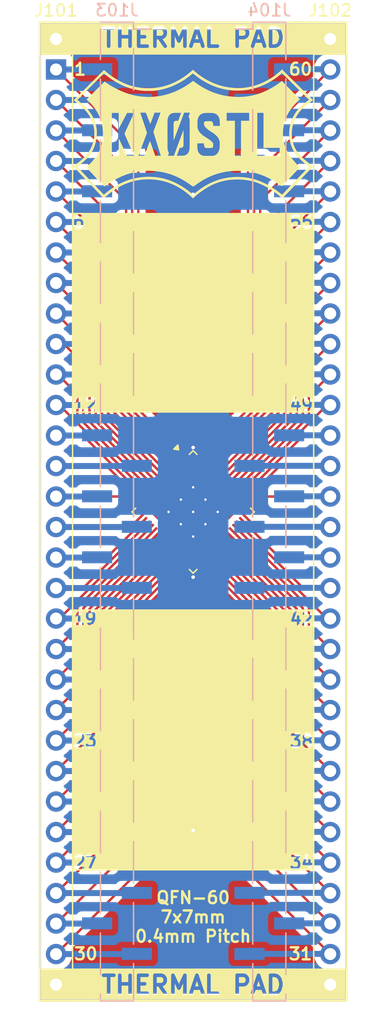
<source format=kicad_pcb>
(kicad_pcb (version 20241229) (generator "pcbnew") (generator_version "9.0")
  (layers (0 "F.Cu" signal) (2 "B.Cu" signal) (13 "F.Paste" user) (15 "B.Paste" user) (5 "F.SilkS" user "F.Silkscreen") (7 "B.SilkS" user "B.Silkscreen") (1 "F.Mask" user) (3 "B.Mask" user) (25 "Edge.Cuts" user))
  (net 0 "")
  (net 1 "/27")
  (net 2 "/10")
  (net 3 "/3")
  (net 4 "/6")
  (net 5 "/8")
  (net 6 "/1")
  (net 7 "/31")
  (net 8 "/7")
  (net 9 "/28")
  (net 10 "/2")
  (net 11 "/32")
  (net 12 "/24")
  (net 13 "/23")
  (net 14 "/19")
  (net 15 "/20")
  (net 16 "/18")
  (net 17 "/9")
  (net 18 "/14")
  (net 19 "/34")
  (net 20 "/26")
  (net 21 "/21")
  (net 22 "/16")
  (net 23 "/29")
  (net 24 "/15")
  (net 25 "/25")
  (net 26 "/30")
  (net 27 "/33")
  (net 28 "/17")
  (net 29 "/5")
  (net 30 "/4")
  (net 31 "/13")
  (net 32 "/12")
  (net 33 "/11")
  (net 34 "/22")
  (net 35 "/52")
  (net 36 "/43")
  (net 37 "/40")
  (net 38 "/56")
  (net 39 "/57")
  (net 40 "/59")
  (net 41 "/54")
  (net 42 "/41")
  (net 43 "/60")
  (net 44 "/55")
  (net 45 "/48")
  (net 46 "/35")
  (net 47 "/37")
  (net 48 "/53")
  (net 49 "/51")
  (net 50 "/49")
  (net 51 "/45")
  (net 52 "/47")
  (net 53 "/39")
  (net 54 "/46")
  (net 55 "/44")
  (net 56 "/58")
  (net 57 "/42")
  (net 58 "/38")
  (net 59 "/61")
  (net 60 "/36")
  (net 61 "/50")
  (footprint "Package_DFN_QFN:QFN-60-1EP_7x7mm_P0.4mm_EP3.4x3.4mm_ThermalVias" (layer "F.Cu") (at 138.43 120.804679 -45)
    (property "Reference" "U101" (hide yes))
    (property "Value" "QFN-60")
    (pad "1" smd roundrect (at -3.649999 -2.8 315) (size 1.2 0.2) (layers "F.Cu" "F.Mask" "F.Paste") (net 6 "/1"))
    (pad "2" smd roundrect (at -3.65 -2.4 315) (size 1.2 0.2) (layers "F.Cu" "F.Mask" "F.Paste") (net 10 "/2"))
    (pad "3" smd roundrect (at -3.65 -2 315) (size 1.2 0.2) (layers "F.Cu" "F.Mask" "F.Paste") (net 3 "/3"))
    (pad "4" smd roundrect (at -3.65 -1.6 315) (size 1.2 0.2) (layers "F.Cu" "F.Mask" "F.Paste") (net 30 "/4"))
    (pad "5" smd roundrect (at -3.65 -1.200001 315) (size 1.2 0.2) (layers "F.Cu" "F.Mask" "F.Paste") (net 29 "/5"))
    (pad "6" smd roundrect (at -3.65 -0.8 315) (size 1.2 0.2) (layers "F.Cu" "F.Mask" "F.Paste") (net 4 "/6"))
    (pad "7" smd roundrect (at -3.65 -0.4 315) (size 1.2 0.2) (layers "F.Cu" "F.Mask" "F.Paste") (net 8 "/7"))
    (pad "8" smd roundrect (at -3.649999 0 315) (size 1.2 0.2) (layers "F.Cu" "F.Mask" "F.Paste") (net 5 "/8"))
    (pad "9" smd roundrect (at -3.65 0.4 315) (size 1.2 0.2) (layers "F.Cu" "F.Mask" "F.Paste") (net 17 "/9"))
    (pad "10" smd roundrect (at -3.65 0.8 315) (size 1.2 0.2) (layers "F.Cu" "F.Mask" "F.Paste") (net 2 "/10"))
    (pad "11" smd roundrect (at -3.65 1.200001 315) (size 1.2 0.2) (layers "F.Cu" "F.Mask" "F.Paste") (net 33 "/11"))
    (pad "12" smd roundrect (at -3.65 1.6 315) (size 1.2 0.2) (layers "F.Cu" "F.Mask" "F.Paste") (net 32 "/12"))
    (pad "13" smd roundrect (at -3.65 2 315) (size 1.2 0.2) (layers "F.Cu" "F.Mask" "F.Paste") (net 31 "/13"))
    (pad "14" smd roundrect (at -3.65 2.4 315) (size 1.2 0.2) (layers "F.Cu" "F.Mask" "F.Paste") (net 18 "/14"))
    (pad "15" smd roundrect (at -3.649999 2.8 315) (size 1.2 0.2) (layers "F.Cu" "F.Mask" "F.Paste") (net 24 "/15"))
    (pad "16" smd roundrect (at -2.8 3.649999 315) (size 0.2 1.2) (layers "F.Cu" "F.Mask" "F.Paste") (net 22 "/16"))
    (pad "17" smd roundrect (at -2.4 3.65 315) (size 0.2 1.2) (layers "F.Cu" "F.Mask" "F.Paste") (net 28 "/17"))
    (pad "18" smd roundrect (at -2 3.65 315) (size 0.2 1.2) (layers "F.Cu" "F.Mask" "F.Paste") (net 16 "/18"))
    (pad "19" smd roundrect (at -1.6 3.65 315) (size 0.2 1.2) (layers "F.Cu" "F.Mask" "F.Paste") (net 14 "/19"))
    (pad "20" smd roundrect (at -1.200001 3.65 315) (size 0.2 1.2) (layers "F.Cu" "F.Mask" "F.Paste") (net 15 "/20"))
    (pad "21" smd roundrect (at -0.8 3.65 315) (size 0.2 1.2) (layers "F.Cu" "F.Mask" "F.Paste") (net 21 "/21"))
    (pad "22" smd roundrect (at -0.4 3.65 315) (size 0.2 1.2) (layers "F.Cu" "F.Mask" "F.Paste") (net 34 "/22"))
    (pad "23" smd roundrect (at 0 3.649999 315) (size 0.2 1.2) (layers "F.Cu" "F.Mask" "F.Paste") (net 13 "/23"))
    (pad "24" smd roundrect (at 0.4 3.65 315) (size 0.2 1.2) (layers "F.Cu" "F.Mask" "F.Paste") (net 12 "/24"))
    (pad "25" smd roundrect (at 0.8 3.65 315) (size 0.2 1.2) (layers "F.Cu" "F.Mask" "F.Paste") (net 25 "/25"))
    (pad "26" smd roundrect (at 1.200001 3.65 315) (size 0.2 1.2) (layers "F.Cu" "F.Mask" "F.Paste") (net 20 "/26"))
    (pad "27" smd roundrect (at 1.6 3.65 315) (size 0.2 1.2) (layers "F.Cu" "F.Mask" "F.Paste") (net 1 "/27"))
    (pad "28" smd roundrect (at 2 3.65 315) (size 0.2 1.2) (layers "F.Cu" "F.Mask" "F.Paste") (net 9 "/28"))
    (pad "29" smd roundrect (at 2.4 3.65 315) (size 0.2 1.2) (layers "F.Cu" "F.Mask" "F.Paste") (net 23 "/29"))
    (pad "30" smd roundrect (at 2.8 3.649999 315) (size 0.2 1.2) (layers "F.Cu" "F.Mask" "F.Paste") (net 26 "/30"))
    (pad "31" smd roundrect (at 3.649999 2.8 315) (size 1.2 0.2) (layers "F.Cu" "F.Mask" "F.Paste") (net 7 "/31"))
    (pad "32" smd roundrect (at 3.65 2.4 315) (size 1.2 0.2) (layers "F.Cu" "F.Mask" "F.Paste") (net 11 "/32"))
    (pad "33" smd roundrect (at 3.65 2 315) (size 1.2 0.2) (layers "F.Cu" "F.Mask" "F.Paste") (net 27 "/33"))
    (pad "34" smd roundrect (at 3.65 1.6 315) (size 1.2 0.2) (layers "F.Cu" "F.Mask" "F.Paste") (net 19 "/34"))
    (pad "35" smd roundrect (at 3.65 1.200001 315) (size 1.2 0.2) (layers "F.Cu" "F.Mask" "F.Paste") (net 46 "/35"))
    (pad "36" smd roundrect (at 3.65 0.8 315) (size 1.2 0.2) (layers "F.Cu" "F.Mask" "F.Paste") (net 60 "/36"))
    (pad "37" smd roundrect (at 3.65 0.4 315) (size 1.2 0.2) (layers "F.Cu" "F.Mask" "F.Paste") (net 47 "/37"))
    (pad "38" smd roundrect (at 3.649999 0 315) (size 1.2 0.2) (layers "F.Cu" "F.Mask" "F.Paste") (net 58 "/38"))
    (pad "39" smd roundrect (at 3.65 -0.4 315) (size 1.2 0.2) (layers "F.Cu" "F.Mask" "F.Paste") (net 53 "/39"))
    (pad "40" smd roundrect (at 3.65 -0.8 315) (size 1.2 0.2) (layers "F.Cu" "F.Mask" "F.Paste") (net 37 "/40"))
    (pad "41" smd roundrect (at 3.65 -1.200001 315) (size 1.2 0.2) (layers "F.Cu" "F.Mask" "F.Paste") (net 42 "/41"))
    (pad "42" smd roundrect (at 3.65 -1.6 315) (size 1.2 0.2) (layers "F.Cu" "F.Mask" "F.Paste") (net 57 "/42"))
    (pad "43" smd roundrect (at 3.65 -2 315) (size 1.2 0.2) (layers "F.Cu" "F.Mask" "F.Paste") (net 36 "/43"))
    (pad "44" smd roundrect (at 3.65 -2.4 315) (size 1.2 0.2) (layers "F.Cu" "F.Mask" "F.Paste") (net 55 "/44"))
    (pad "45" smd roundrect (at 3.649999 -2.8 315) (size 1.2 0.2) (layers "F.Cu" "F.Mask" "F.Paste") (net 51 "/45"))
    (pad "46" smd roundrect (at 2.8 -3.649999 315) (size 0.2 1.2) (layers "F.Cu" "F.Mask" "F.Paste") (net 54 "/46"))
    (pad "47" smd roundrect (at 2.4 -3.65 315) (size 0.2 1.2) (layers "F.Cu" "F.Mask" "F.Paste") (net 52 "/47"))
    (pad "48" smd roundrect (at 2 -3.65 315) (size 0.2 1.2) (layers "F.Cu" "F.Mask" "F.Paste") (net 45 "/48"))
    (pad "49" smd roundrect (at 1.6 -3.65 315) (size 0.2 1.2) (layers "F.Cu" "F.Mask" "F.Paste") (net 50 "/49"))
    (pad "50" smd roundrect (at 1.200001 -3.65 315) (size 0.2 1.2) (layers "F.Cu" "F.Mask" "F.Paste") (net 61 "/50"))
    (pad "51" smd roundrect (at 0.8 -3.65 315) (size 0.2 1.2) (layers "F.Cu" "F.Mask" "F.Paste") (net 49 "/51"))
    (pad "52" smd roundrect (at 0.4 -3.65 315) (size 0.2 1.2) (layers "F.Cu" "F.Mask" "F.Paste") (net 35 "/52"))
    (pad "53" smd roundrect (at 0 -3.649999 315) (size 0.2 1.2) (layers "F.Cu" "F.Mask" "F.Paste") (net 48 "/53"))
    (pad "54" smd roundrect (at -0.4 -3.65 315) (size 0.2 1.2) (layers "F.Cu" "F.Mask" "F.Paste") (net 41 "/54"))
    (pad "55" smd roundrect (at -0.8 -3.65 315) (size 0.2 1.2) (layers "F.Cu" "F.Mask" "F.Paste") (net 44 "/55"))
    (pad "56" smd roundrect (at -1.200001 -3.65 315) (size 0.2 1.2) (layers "F.Cu" "F.Mask" "F.Paste") (net 38 "/56"))
    (pad "57" smd roundrect (at -1.6 -3.65 315) (size 0.2 1.2) (layers "F.Cu" "F.Mask" "F.Paste") (net 39 "/57"))
    (pad "58" smd roundrect (at -2 -3.65 315) (size 0.2 1.2) (layers "F.Cu" "F.Mask" "F.Paste") (net 56 "/58"))
    (pad "59" smd roundrect (at -2.4 -3.65 315) (size 0.2 1.2) (layers "F.Cu" "F.Mask" "F.Paste") (net 40 "/59"))
    (pad "60" smd roundrect (at -2.8 -3.649999 315) (size 0.2 1.2) (layers "F.Cu" "F.Mask" "F.Paste") (net 43 "/60"))
    (pad "61" thru_hole circle (at -1.45 -1.45 315) (size 0.5 0.5) (drill 0.2) (property pad_prop_heatsink) (layers "*.Cu") (net 59 "/61"))
    (pad "61" thru_hole circle (at -1.45 0 315) (size 0.5 0.5) (drill 0.2) (property pad_prop_heatsink) (layers "*.Cu") (net 59 "/61"))
    (pad "61" thru_hole circle (at -1.45 1.45 315) (size 0.5 0.5) (drill 0.2) (property pad_prop_heatsink) (layers "*.Cu") (net 59 "/61"))
    (pad "61" thru_hole circle (at 0 -1.45 315) (size 0.5 0.5) (drill 0.2) (property pad_prop_heatsink) (layers "*.Cu") (net 59 "/61"))
    (pad "61" thru_hole circle (at 0 0 315) (size 0.5 0.5) (drill 0.2) (property pad_prop_heatsink) (layers "*.Cu") (net 59 "/61"))
    (pad "61" smd rect (at 0 0 315) (size 3.4 3.4) (property pad_prop_heatsink) (layers "F.Cu" "F.Mask") (net 59 "/61"))
    (pad "61" smd rect (at 0 0 315) (size 3.4 3.4) (property pad_prop_heatsink) (layers "B.Cu") (net 59 "/61"))
    (pad "61" thru_hole circle (at 0 1.45 315) (size 0.5 0.5) (drill 0.2) (property pad_prop_heatsink) (layers "*.Cu") (net 59 "/61"))
    (pad "61" thru_hole circle (at 1.45 -1.45 315) (size 0.5 0.5) (drill 0.2) (property pad_prop_heatsink) (layers "*.Cu") (net 59 "/61"))
    (pad "61" thru_hole circle (at 1.45 0 315) (size 0.5 0.5) (drill 0.2) (property pad_prop_heatsink) (layers "*.Cu") (net 59 "/61"))
    (pad "61" thru_hole circle (at 1.45 1.45 315) (size 0.5 0.5) (drill 0.2) (property pad_prop_heatsink) (layers "*.Cu") (net 59 "/61"))
  )
  (footprint "libraries:LogoSmall" (layer "F.Cu") (at 138.42 89.327121)
    (property "Reference" "G***" (hide yes))
    (property "Value" "LOGO" (hide yes))
  )
  (footprint "Connector_PinHeader_2.54mm:PinHeader_1x32_P2.54mm_Vertical" (layer "F.Cu") (at 127 81.42425)
    (property "Reference" "J101" (at 0 -2.38 0) (layer "F.SilkS"))
    (property "Value" "Conn_01x32")
    (pad "1" thru_hole circle (at 0 0) (size 1.7 1.7) (drill 1) (layers "*.Cu" "*.Mask") (net 59 "/61"))
    (pad "2" thru_hole rect (at 0 2.54) (size 1.7 1.7) (drill 1) (layers "*.Cu" "*.Mask") (net 6 "/1"))
    (pad "3" thru_hole circle (at 0 5.08) (size 1.7 1.7) (drill 1) (layers "*.Cu" "*.Mask") (net 10 "/2"))
    (pad "4" thru_hole circle (at 0 7.62) (size 1.7 1.7) (drill 1) (layers "*.Cu" "*.Mask") (net 3 "/3"))
    (pad "5" thru_hole circle (at 0 10.16) (size 1.7 1.7) (drill 1) (layers "*.Cu" "*.Mask") (net 30 "/4"))
    (pad "6" thru_hole circle (at 0 12.7) (size 1.7 1.7) (drill 1) (layers "*.Cu" "*.Mask") (net 29 "/5"))
    (pad "7" thru_hole circle (at 0 15.24) (size 1.7 1.7) (drill 1) (layers "*.Cu" "*.Mask") (net 4 "/6"))
    (pad "8" thru_hole circle (at 0 17.78) (size 1.7 1.7) (drill 1) (layers "*.Cu" "*.Mask") (net 8 "/7"))
    (pad "9" thru_hole circle (at 0 20.32) (size 1.7 1.7) (drill 1) (layers "*.Cu" "*.Mask") (net 5 "/8"))
    (pad "10" thru_hole circle (at 0 22.86) (size 1.7 1.7) (drill 1) (layers "*.Cu" "*.Mask") (net 17 "/9"))
    (pad "11" thru_hole circle (at 0 25.4) (size 1.7 1.7) (drill 1) (layers "*.Cu" "*.Mask") (net 2 "/10"))
    (pad "12" thru_hole circle (at 0 27.94) (size 1.7 1.7) (drill 1) (layers "*.Cu" "*.Mask") (net 33 "/11"))
    (pad "13" thru_hole circle (at 0 30.48) (size 1.7 1.7) (drill 1) (layers "*.Cu" "*.Mask") (net 32 "/12"))
    (pad "14" thru_hole circle (at 0 33.02) (size 1.7 1.7) (drill 1) (layers "*.Cu" "*.Mask") (net 31 "/13"))
    (pad "15" thru_hole circle (at 0 35.56) (size 1.7 1.7) (drill 1) (layers "*.Cu" "*.Mask") (net 18 "/14"))
    (pad "16" thru_hole circle (at 0 38.1) (size 1.7 1.7) (drill 1) (layers "*.Cu" "*.Mask") (net 24 "/15"))
    (pad "17" thru_hole circle (at 0 40.64) (size 1.7 1.7) (drill 1) (layers "*.Cu" "*.Mask") (net 22 "/16"))
    (pad "18" thru_hole circle (at 0 43.18) (size 1.7 1.7) (drill 1) (layers "*.Cu" "*.Mask") (net 28 "/17"))
    (pad "19" thru_hole circle (at 0 45.72) (size 1.7 1.7) (drill 1) (layers "*.Cu" "*.Mask") (net 16 "/18"))
    (pad "20" thru_hole circle (at 0 48.26) (size 1.7 1.7) (drill 1) (layers "*.Cu" "*.Mask") (net 14 "/19"))
    (pad "21" thru_hole circle (at 0 50.8) (size 1.7 1.7) (drill 1) (layers "*.Cu" "*.Mask") (net 15 "/20"))
    (pad "22" thru_hole circle (at 0 53.34) (size 1.7 1.7) (drill 1) (layers "*.Cu" "*.Mask") (net 21 "/21"))
    (pad "23" thru_hole circle (at 0 55.88) (size 1.7 1.7) (drill 1) (layers "*.Cu" "*.Mask") (net 34 "/22"))
    (pad "24" thru_hole circle (at 0 58.42) (size 1.7 1.7) (drill 1) (layers "*.Cu" "*.Mask") (net 13 "/23"))
    (pad "25" thru_hole circle (at 0 60.96) (size 1.7 1.7) (drill 1) (layers "*.Cu" "*.Mask") (net 12 "/24"))
    (pad "26" thru_hole circle (at 0 63.5) (size 1.7 1.7) (drill 1) (layers "*.Cu" "*.Mask") (net 25 "/25"))
    (pad "27" thru_hole circle (at 0 66.04) (size 1.7 1.7) (drill 1) (layers "*.Cu" "*.Mask") (net 20 "/26"))
    (pad "28" thru_hole circle (at 0 68.58) (size 1.7 1.7) (drill 1) (layers "*.Cu" "*.Mask") (net 1 "/27"))
    (pad "29" thru_hole circle (at 0 71.12) (size 1.7 1.7) (drill 1) (layers "*.Cu" "*.Mask") (net 9 "/28"))
    (pad "30" thru_hole circle (at 0 73.66) (size 1.7 1.7) (drill 1) (layers "*.Cu" "*.Mask") (net 23 "/29"))
    (pad "31" thru_hole circle (at 0 76.2) (size 1.7 1.7) (drill 1) (layers "*.Cu" "*.Mask") (net 26 "/30"))
    (pad "32" thru_hole circle (at 0 78.74) (size 1.7 1.7) (drill 1) (layers "*.Cu" "*.Mask") (net 59 "/61"))
  )
  (footprint "Connector_PinHeader_2.54mm:PinHeader_1x32_P2.54mm_Vertical" (layer "F.Cu") (at 149.86 81.42425)
    (property "Reference" "J102" (at 0 -2.38 0) (layer "F.SilkS"))
    (property "Value" "Conn_01x32")
    (pad "1" thru_hole circle (at 0 0) (size 1.7 1.7) (drill 1) (layers "*.Cu" "*.Mask") (net 59 "/61"))
    (pad "2" thru_hole circle (at 0 2.54) (size 1.7 1.7) (drill 1) (layers "*.Cu" "*.Mask") (net 43 "/60"))
    (pad "3" thru_hole circle (at 0 5.08) (size 1.7 1.7) (drill 1) (layers "*.Cu" "*.Mask") (net 40 "/59"))
    (pad "4" thru_hole circle (at 0 7.62) (size 1.7 1.7) (drill 1) (layers "*.Cu" "*.Mask") (net 56 "/58"))
    (pad "5" thru_hole circle (at 0 10.16) (size 1.7 1.7) (drill 1) (layers "*.Cu" "*.Mask") (net 39 "/57"))
    (pad "6" thru_hole circle (at 0 12.7) (size 1.7 1.7) (drill 1) (layers "*.Cu" "*.Mask") (net 38 "/56"))
    (pad "7" thru_hole circle (at 0 15.24) (size 1.7 1.7) (drill 1) (layers "*.Cu" "*.Mask") (net 44 "/55"))
    (pad "8" thru_hole circle (at 0 17.78) (size 1.7 1.7) (drill 1) (layers "*.Cu" "*.Mask") (net 41 "/54"))
    (pad "9" thru_hole circle (at 0 20.32) (size 1.7 1.7) (drill 1) (layers "*.Cu" "*.Mask") (net 48 "/53"))
    (pad "10" thru_hole circle (at 0 22.86) (size 1.7 1.7) (drill 1) (layers "*.Cu" "*.Mask") (net 35 "/52"))
    (pad "11" thru_hole circle (at 0 25.4) (size 1.7 1.7) (drill 1) (layers "*.Cu" "*.Mask") (net 49 "/51"))
    (pad "12" thru_hole circle (at 0 27.94) (size 1.7 1.7) (drill 1) (layers "*.Cu" "*.Mask") (net 61 "/50"))
    (pad "13" thru_hole circle (at 0 30.48) (size 1.7 1.7) (drill 1) (layers "*.Cu" "*.Mask") (net 50 "/49"))
    (pad "14" thru_hole circle (at 0 33.02) (size 1.7 1.7) (drill 1) (layers "*.Cu" "*.Mask") (net 45 "/48"))
    (pad "15" thru_hole circle (at 0 35.56) (size 1.7 1.7) (drill 1) (layers "*.Cu" "*.Mask") (net 52 "/47"))
    (pad "16" thru_hole circle (at 0 38.1) (size 1.7 1.7) (drill 1) (layers "*.Cu" "*.Mask") (net 54 "/46"))
    (pad "17" thru_hole circle (at 0 40.64) (size 1.7 1.7) (drill 1) (layers "*.Cu" "*.Mask") (net 51 "/45"))
    (pad "18" thru_hole circle (at 0 43.18) (size 1.7 1.7) (drill 1) (layers "*.Cu" "*.Mask") (net 55 "/44"))
    (pad "19" thru_hole circle (at 0 45.72) (size 1.7 1.7) (drill 1) (layers "*.Cu" "*.Mask") (net 36 "/43"))
    (pad "20" thru_hole circle (at 0 48.26) (size 1.7 1.7) (drill 1) (layers "*.Cu" "*.Mask") (net 57 "/42"))
    (pad "21" thru_hole circle (at 0 50.8) (size 1.7 1.7) (drill 1) (layers "*.Cu" "*.Mask") (net 42 "/41"))
    (pad "22" thru_hole circle (at 0 53.34) (size 1.7 1.7) (drill 1) (layers "*.Cu" "*.Mask") (net 37 "/40"))
    (pad "23" thru_hole circle (at 0 55.88) (size 1.7 1.7) (drill 1) (layers "*.Cu" "*.Mask") (net 53 "/39"))
    (pad "24" thru_hole circle (at 0 58.42) (size 1.7 1.7) (drill 1) (layers "*.Cu" "*.Mask") (net 58 "/38"))
    (pad "25" thru_hole circle (at 0 60.96) (size 1.7 1.7) (drill 1) (layers "*.Cu" "*.Mask") (net 47 "/37"))
    (pad "26" thru_hole circle (at 0 63.5) (size 1.7 1.7) (drill 1) (layers "*.Cu" "*.Mask") (net 60 "/36"))
    (pad "27" thru_hole circle (at 0 66.04) (size 1.7 1.7) (drill 1) (layers "*.Cu" "*.Mask") (net 46 "/35"))
    (pad "28" thru_hole circle (at 0 68.58) (size 1.7 1.7) (drill 1) (layers "*.Cu" "*.Mask") (net 19 "/34"))
    (pad "29" thru_hole circle (at 0 71.12) (size 1.7 1.7) (drill 1) (layers "*.Cu" "*.Mask") (net 27 "/33"))
    (pad "30" thru_hole circle (at 0 73.66) (size 1.7 1.7) (drill 1) (layers "*.Cu" "*.Mask") (net 11 "/32"))
    (pad "31" thru_hole circle (at 0 76.2) (size 1.7 1.7) (drill 1) (layers "*.Cu" "*.Mask") (net 7 "/31"))
    (pad "32" thru_hole circle (at 0 78.74) (size 1.7 1.7) (drill 1) (layers "*.Cu" "*.Mask") (net 59 "/61"))
  )
  (footprint "Connector_PinHeader_2.54mm:PinHeader_1x32_P2.54mm_Vertical_SMD_Pin1Left" (layer "B.Cu") (at 132.08 120.777 180)
    (property "Reference" "J103" (at 0 41.75 0) (layer "B.SilkS") (effects (justify mirror)))
    (property "Value" "Conn_01x32")
    (pad "1" smd rect (at -1.655 39.37 180) (size 2.51 1) (layers "B.Cu" "B.Mask" "B.Paste") (net 59 "/61"))
    (pad "2" smd rect (at 1.655 36.83 180) (size 2.51 1) (layers "B.Cu" "B.Mask" "B.Paste") (net 6 "/1"))
    (pad "3" smd rect (at -1.655 34.29 180) (size 2.51 1) (layers "B.Cu" "B.Mask" "B.Paste") (net 10 "/2"))
    (pad "4" smd rect (at 1.655 31.75 180) (size 2.51 1) (layers "B.Cu" "B.Mask" "B.Paste") (net 3 "/3"))
    (pad "5" smd rect (at -1.655 29.21 180) (size 2.51 1) (layers "B.Cu" "B.Mask" "B.Paste") (net 30 "/4"))
    (pad "6" smd rect (at 1.655 26.67 180) (size 2.51 1) (layers "B.Cu" "B.Mask" "B.Paste") (net 29 "/5"))
    (pad "7" smd rect (at -1.655 24.13 180) (size 2.51 1) (layers "B.Cu" "B.Mask" "B.Paste") (net 4 "/6"))
    (pad "8" smd rect (at 1.655 21.59 180) (size 2.51 1) (layers "B.Cu" "B.Mask" "B.Paste") (net 8 "/7"))
    (pad "9" smd rect (at -1.655 19.05 180) (size 2.51 1) (layers "B.Cu" "B.Mask" "B.Paste") (net 5 "/8"))
    (pad "10" smd rect (at 1.655 16.51 180) (size 2.51 1) (layers "B.Cu" "B.Mask" "B.Paste") (net 17 "/9"))
    (pad "11" smd rect (at -1.655 13.97 180) (size 2.51 1) (layers "B.Cu" "B.Mask" "B.Paste") (net 2 "/10"))
    (pad "12" smd rect (at 1.655 11.43 180) (size 2.51 1) (layers "B.Cu" "B.Mask" "B.Paste") (net 33 "/11"))
    (pad "13" smd rect (at -1.655 8.89 180) (size 2.51 1) (layers "B.Cu" "B.Mask" "B.Paste") (net 32 "/12"))
    (pad "14" smd rect (at 1.655 6.35 180) (size 2.51 1) (layers "B.Cu" "B.Mask" "B.Paste") (net 31 "/13"))
    (pad "15" smd rect (at -1.655 3.81 180) (size 2.51 1) (layers "B.Cu" "B.Mask" "B.Paste") (net 18 "/14"))
    (pad "16" smd rect (at 1.655 1.27 180) (size 2.51 1) (layers "B.Cu" "B.Mask" "B.Paste") (net 24 "/15"))
    (pad "17" smd rect (at -1.655 -1.27 180) (size 2.51 1) (layers "B.Cu" "B.Mask" "B.Paste") (net 22 "/16"))
    (pad "18" smd rect (at 1.655 -3.81 180) (size 2.51 1) (layers "B.Cu" "B.Mask" "B.Paste") (net 28 "/17"))
    (pad "19" smd rect (at -1.655 -6.35 180) (size 2.51 1) (layers "B.Cu" "B.Mask" "B.Paste") (net 16 "/18"))
    (pad "20" smd rect (at 1.655 -8.89 180) (size 2.51 1) (layers "B.Cu" "B.Mask" "B.Paste") (net 14 "/19"))
    (pad "21" smd rect (at -1.655 -11.43 180) (size 2.51 1) (layers "B.Cu" "B.Mask" "B.Paste") (net 15 "/20"))
    (pad "22" smd rect (at 1.655 -13.97 180) (size 2.51 1) (layers "B.Cu" "B.Mask" "B.Paste") (net 21 "/21"))
    (pad "23" smd rect (at -1.655 -16.51 180) (size 2.51 1) (layers "B.Cu" "B.Mask" "B.Paste") (net 34 "/22"))
    (pad "24" smd rect (at 1.655 -19.05 180) (size 2.51 1) (layers "B.Cu" "B.Mask" "B.Paste") (net 13 "/23"))
    (pad "25" smd rect (at -1.655 -21.59 180) (size 2.51 1) (layers "B.Cu" "B.Mask" "B.Paste") (net 12 "/24"))
    (pad "26" smd rect (at 1.655 -24.13 180) (size 2.51 1) (layers "B.Cu" "B.Mask" "B.Paste") (net 25 "/25"))
    (pad "27" smd rect (at -1.655 -26.67 180) (size 2.51 1) (layers "B.Cu" "B.Mask" "B.Paste") (net 20 "/26"))
    (pad "28" smd rect (at 1.655 -29.21 180) (size 2.51 1) (layers "B.Cu" "B.Mask" "B.Paste") (net 1 "/27"))
    (pad "29" smd rect (at -1.655 -31.75 180) (size 2.51 1) (layers "B.Cu" "B.Mask" "B.Paste") (net 9 "/28"))
    (pad "30" smd rect (at 1.655 -34.29 180) (size 2.51 1) (layers "B.Cu" "B.Mask" "B.Paste") (net 23 "/29"))
    (pad "31" smd rect (at -1.655 -36.83 180) (size 2.51 1) (layers "B.Cu" "B.Mask" "B.Paste") (net 26 "/30"))
    (pad "32" smd rect (at 1.655 -39.37 180) (size 2.51 1) (layers "B.Cu" "B.Mask" "B.Paste") (net 59 "/61"))
  )
  (footprint "Connector_PinHeader_2.54mm:PinHeader_1x32_P2.54mm_Vertical_SMD_Pin1Right" (layer "B.Cu") (at 144.78 120.777 180)
    (property "Reference" "J104" (at 0 41.75 0) (layer "B.SilkS") (effects (justify mirror)))
    (property "Value" "Conn_01x32")
    (pad "1" smd rect (at 1.655 39.37 180) (size 2.51 1) (layers "B.Cu" "B.Mask" "B.Paste") (net 59 "/61"))
    (pad "2" smd rect (at -1.655 36.83 180) (size 2.51 1) (layers "B.Cu" "B.Mask" "B.Paste") (net 43 "/60"))
    (pad "3" smd rect (at 1.655 34.29 180) (size 2.51 1) (layers "B.Cu" "B.Mask" "B.Paste") (net 40 "/59"))
    (pad "4" smd rect (at -1.655 31.75 180) (size 2.51 1) (layers "B.Cu" "B.Mask" "B.Paste") (net 56 "/58"))
    (pad "5" smd rect (at 1.655 29.21 180) (size 2.51 1) (layers "B.Cu" "B.Mask" "B.Paste") (net 39 "/57"))
    (pad "6" smd rect (at -1.655 26.67 180) (size 2.51 1) (layers "B.Cu" "B.Mask" "B.Paste") (net 38 "/56"))
    (pad "7" smd rect (at 1.655 24.13 180) (size 2.51 1) (layers "B.Cu" "B.Mask" "B.Paste") (net 44 "/55"))
    (pad "8" smd rect (at -1.655 21.59 180) (size 2.51 1) (layers "B.Cu" "B.Mask" "B.Paste") (net 41 "/54"))
    (pad "9" smd rect (at 1.655 19.05 180) (size 2.51 1) (layers "B.Cu" "B.Mask" "B.Paste") (net 48 "/53"))
    (pad "10" smd rect (at -1.655 16.51 180) (size 2.51 1) (layers "B.Cu" "B.Mask" "B.Paste") (net 35 "/52"))
    (pad "11" smd rect (at 1.655 13.97 180) (size 2.51 1) (layers "B.Cu" "B.Mask" "B.Paste") (net 49 "/51"))
    (pad "12" smd rect (at -1.655 11.43 180) (size 2.51 1) (layers "B.Cu" "B.Mask" "B.Paste") (net 61 "/50"))
    (pad "13" smd rect (at 1.655 8.89 180) (size 2.51 1) (layers "B.Cu" "B.Mask" "B.Paste") (net 50 "/49"))
    (pad "14" smd rect (at -1.655 6.35 180) (size 2.51 1) (layers "B.Cu" "B.Mask" "B.Paste") (net 45 "/48"))
    (pad "15" smd rect (at 1.655 3.81 180) (size 2.51 1) (layers "B.Cu" "B.Mask" "B.Paste") (net 52 "/47"))
    (pad "16" smd rect (at -1.655 1.27 180) (size 2.51 1) (layers "B.Cu" "B.Mask" "B.Paste") (net 54 "/46"))
    (pad "17" smd rect (at 1.655 -1.27 180) (size 2.51 1) (layers "B.Cu" "B.Mask" "B.Paste") (net 51 "/45"))
    (pad "18" smd rect (at -1.655 -3.81 180) (size 2.51 1) (layers "B.Cu" "B.Mask" "B.Paste") (net 55 "/44"))
    (pad "19" smd rect (at 1.655 -6.35 180) (size 2.51 1) (layers "B.Cu" "B.Mask" "B.Paste") (net 36 "/43"))
    (pad "20" smd rect (at -1.655 -8.89 180) (size 2.51 1) (layers "B.Cu" "B.Mask" "B.Paste") (net 57 "/42"))
    (pad "21" smd rect (at 1.655 -11.43 180) (size 2.51 1) (layers "B.Cu" "B.Mask" "B.Paste") (net 42 "/41"))
    (pad "22" smd rect (at -1.655 -13.97 180) (size 2.51 1) (layers "B.Cu" "B.Mask" "B.Paste") (net 37 "/40"))
    (pad "23" smd rect (at 1.655 -16.51 180) (size 2.51 1) (layers "B.Cu" "B.Mask" "B.Paste") (net 53 "/39"))
    (pad "24" smd rect (at -1.655 -19.05 180) (size 2.51 1) (layers "B.Cu" "B.Mask" "B.Paste") (net 58 "/38"))
    (pad "25" smd rect (at 1.655 -21.59 180) (size 2.51 1) (layers "B.Cu" "B.Mask" "B.Paste") (net 47 "/37"))
    (pad "26" smd rect (at -1.655 -24.13 180) (size 2.51 1) (layers "B.Cu" "B.Mask" "B.Paste") (net 60 "/36"))
    (pad "27" smd rect (at 1.655 -26.67 180) (size 2.51 1) (layers "B.Cu" "B.Mask" "B.Paste") (net 46 "/35"))
    (pad "28" smd rect (at -1.655 -29.21 180) (size 2.51 1) (layers "B.Cu" "B.Mask" "B.Paste") (net 19 "/34"))
    (pad "29" smd rect (at 1.655 -31.75 180) (size 2.51 1) (layers "B.Cu" "B.Mask" "B.Paste") (net 27 "/33"))
    (pad "30" smd rect (at -1.655 -34.29 180) (size 2.51 1) (layers "B.Cu" "B.Mask" "B.Paste") (net 11 "/32"))
    (pad "31" smd rect (at 1.655 -36.83 180) (size 2.51 1) (layers "B.Cu" "B.Mask" "B.Paste") (net 7 "/31"))
    (pad "32" smd rect (at -1.655 -39.37 180) (size 2.51 1) (layers "B.Cu" "B.Mask" "B.Paste") (net 59 "/61"))
  )
  (gr_rect (start 129.7855 80.01) (end 146.60025 80.2386) (stroke (width 0.1)) (fill yes) (layer "F.SilkS"))
  (gr_rect (start 125.603 158.87675) (end 130.6745 161.544) (stroke (width 0.1)) (fill yes) (layer "F.SilkS"))
  (gr_rect (start 128.397 140.5105) (end 148.463 149.247) (stroke (width 0.1)) (fill yes) (layer "F.SilkS"))
  (gr_rect (start 130.437 149.241) (end 146.413 150.6155) (stroke (width 0.1)) (fill yes) (layer "F.SilkS"))
  (gr_rect (start 129.86175 82.27085) (end 146.5495 82.67725) (stroke (width 0.1)) (fill yes) (layer "F.SilkS"))
  (gr_rect (start 130.357 128.97) (end 146.483 140.76175) (stroke (width 0.1)) (fill yes) (layer "F.SilkS"))
  (gr_rect (start 128.474 130.359125) (end 148.37 139.100875) (stroke (width 0.1)) (fill yes) (layer "F.SilkS"))
  (gr_rect (start 129.0235 158.87675) (end 146.98125 159.1051) (stroke (width 0.1)) (fill yes) (layer "F.SilkS"))
  (gr_rect (start 128.397 97.307) (end 148.463 111.113) (stroke (width 0.1)) (fill yes) (layer "F.SilkS"))
  (gr_rect (start 130.357 98.687) (end 146.503 112.493) (stroke (width 0.1)) (fill yes) (layer "F.SilkS"))
  (gr_rect (start 125.603 80.01) (end 130.73375 82.67725) (stroke (width 0.1)) (fill yes) (layer "F.SilkS"))
  (gr_rect (start 146.0415 158.87675) (end 151.24 161.544) (stroke (width 0.1)) (fill yes) (layer "F.SilkS"))
  (gr_rect (start 129.98875 161.1376) (end 146.1685 161.544) (stroke (width 0.1)) (fill yes) (layer "F.SilkS"))
  (gr_rect (start 146.0415 80.01) (end 151.24 82.67725) (stroke (width 0.1)) (fill yes) (layer "F.SilkS"))
  (gr_rect (start 129.377 95.96) (end 146.503 98.08) (stroke (width 0.1)) (fill yes) (layer "F.SilkS"))
  (gr_rect (start 125.73 80.137) (end 151.13 161.417) (stroke (width 0.05)) (fill no) (layer "Edge.Cuts"))
  (gr_text "60" (at 148.463 83.947 0) (layer "F.SilkS") (effects (font (size 1 1) (thickness 0.2) (bold yes)) (justify right)))
  (gr_text "23" (at 128.35 139.85 0) (layer "F.SilkS" knockout) (effects (font (size 1 1) (thickness 0.2) (bold yes)) (justify left)))
  (gr_text "31" (at 148.463 157.607 0) (layer "F.SilkS") (effects (font (size 1 1) (thickness 0.2) (bold yes)) (justify right)))
  (gr_text "12" (at 128.31 111.89 0) (layer "F.SilkS" knockout) (effects (font (size 1 1) (thickness 0.2) (bold yes)) (justify left)))
  (gr_text "THERMAL PAD" (at 138.4215 81.343625 0) (layer "F.SilkS" knockout) (effects (font (size 1.5 1.5) (thickness 0.3))))
  (gr_text "THERMAL PAD" (at 138.4215 160.210375 0) (layer "F.SilkS" knockout) (effects (font (size 1.5 1.5) (thickness 0.3))))
  (gr_text "QFN-60\n7x7mm\n0.4mm Pitch" (at 138.43 156.733532 0) (layer "F.SilkS") (effects (font (size 1 1) (thickness 0.2) (bold yes)) (justify bottom)))
  (gr_text "55" (at 148.55 96.67 0) (layer "F.SilkS" knockout) (effects (font (size 1 1) (thickness 0.2) (bold yes)) (justify right)))
  (gr_text "30" (at 128.397 157.607 0) (layer "F.SilkS") (effects (font (size 1 1) (thickness 0.2) (bold yes)) (justify left)))
  (gr_text "6" (at 128.28 96.66 0) (layer "F.SilkS" knockout) (effects (font (size 1 1) (thickness 0.2) (bold yes)) (justify left)))
  (gr_text "19" (at 128.32 129.68 0) (layer "F.SilkS" knockout) (effects (font (size 1 1) (thickness 0.2) (bold yes)) (justify left)))
  (gr_text "38" (at 148.55 139.9 0) (layer "F.SilkS" knockout) (effects (font (size 1 1) (thickness 0.2) (bold yes)) (justify right)))
  (gr_text "1" (at 128.397 83.947 0) (layer "F.SilkS") (effects (font (size 1 1) (thickness 0.2) (bold yes)) (justify left)))
  (gr_text "34" (at 148.54 150 0) (layer "F.SilkS" knockout) (effects (font (size 1 1) (thickness 0.2) (bold yes)) (justify right)))
  (gr_text "27" (at 128.36 150 0) (layer "F.SilkS" knockout) (effects (font (size 1 1) (thickness 0.2) (bold yes)) (justify left)))
  (gr_text "42" (at 148.55 129.726271 0) (layer "F.SilkS" knockout) (effects (font (size 1 1) (thickness 0.2) (bold yes)) (justify right)))
  (gr_text "49" (at 148.54 111.88 0) (layer "F.SilkS" knockout) (effects (font (size 1 1) (thickness 0.2) (bold yes)) (justify right)))
  (segment (start 132.334 144.67025) (end 127 150.00425) (width 0.2) (layer "F.Cu") (net 1))
  (segment (start 132.334 129.163421) (end 132.334 144.67025) (width 0.2) (layer "F.Cu") (net 1))
  (segment (start 136.980431 124.51699) (end 132.334 129.163421) (width 0.2) (layer "F.Cu") (net 1))
  (segment (start 129.789 150.00425) (end 127 150.00425) (width 0.5) (layer "B.Cu") (net 1))
  (segment (start 135.283375 118.789425) (end 129.286 112.79205) (width 0.2) (layer "F.Cu") (net 2))
  (segment (start 127.65225 106.82425) (end 127 106.82425) (width 0.2) (layer "F.Cu") (net 2))
  (segment (start 129.286 112.79205) (end 129.286 108.458) (width 0.2) (layer "F.Cu") (net 2))
  (segment (start 129.286 108.458) (end 127.65225 106.82425) (width 0.2) (layer "F.Cu") (net 2))
  (segment (start 127 106.82425) (end 133.099 106.82425) (width 0.5) (layer "B.Cu") (net 2))
  (segment (start 137.263274 116.809526) (end 132.842 112.388252) (width 0.2) (layer "F.Cu") (net 3))
  (segment (start 132.842 94.88625) (end 127 89.04425) (width 0.2) (layer "F.Cu") (net 3))
  (segment (start 132.842 112.388252) (end 132.842 94.88625) (width 0.2) (layer "F.Cu") (net 3))
  (segment (start 129.789 89.04425) (end 127 89.04425) (width 0.5) (layer "B.Cu") (net 3))
  (segment (start 131.318 100.98225) (end 127 96.66425) (width 0.2) (layer "F.Cu") (net 4))
  (segment (start 136.414746 117.658054) (end 131.318 112.561308) (width 0.2) (layer "F.Cu") (net 4))
  (segment (start 131.318 112.561308) (end 131.318 100.98225) (width 0.2) (layer "F.Cu") (net 4))
  (segment (start 127 96.66425) (end 133.099 96.66425) (width 0.5) (layer "B.Cu") (net 4))
  (segment (start 135.849061 118.22374) (end 130.302 112.676679) (width 0.2) (layer "F.Cu") (net 5))
  (segment (start 130.302 105.04625) (end 127 101.74425) (width 0.2) (layer "F.Cu") (net 5))
  (segment (start 130.302 112.676679) (end 130.302 105.04625) (width 0.2) (layer "F.Cu") (net 5))
  (segment (start 127 101.74425) (end 133.099 101.74425) (width 0.5) (layer "B.Cu") (net 5))
  (segment (start 137.82896 116.243841) (end 133.858 112.272881) (width 0.2) (layer "F.Cu") (net 6))
  (segment (start 133.858 90.82225) (end 127 83.96425) (width 0.2) (layer "F.Cu") (net 6))
  (segment (start 133.858 112.272881) (end 133.858 90.82225) (width 0.2) (layer "F.Cu") (net 6))
  (segment (start 129.789 83.96425) (end 127 83.96425) (width 0.5) (layer "B.Cu") (net 6))
  (segment (start 143.002 129.336477) (end 143.002 150.76625) (width 0.2) (layer "F.Cu") (net 7))
  (segment (start 143.002 150.76625) (end 149.86 157.62425) (width 0.2) (layer "F.Cu") (net 7))
  (segment (start 139.03104 125.365517) (end 143.002 129.336477) (width 0.2) (layer "F.Cu") (net 7))
  (segment (start 143.125 157.607) (end 149.84275 157.607) (width 0.5) (layer "B.Cu") (net 7))
  (segment (start 149.84275 157.607) (end 149.86 157.62425) (width 0.5) (layer "B.Cu") (net 7))
  (segment (start 130.81 103.01425) (end 127 99.20425) (width 0.2) (layer "F.Cu") (net 8))
  (segment (start 136.131903 117.940897) (end 130.81 112.618994) (width 0.2) (layer "F.Cu") (net 8))
  (segment (start 130.81 112.618994) (end 130.81 103.01425) (width 0.2) (layer "F.Cu") (net 8))
  (segment (start 129.789 99.20425) (end 127 99.20425) (width 0.5) (layer "B.Cu") (net 8))
  (segment (start 137.263274 124.799832) (end 132.842 129.221106) (width 0.2) (layer "F.Cu") (net 9))
  (segment (start 132.842 129.221106) (end 132.842 146.70225) (width 0.2) (layer "F.Cu") (net 9))
  (segment (start 132.842 146.70225) (end 127 152.54425) (width 0.2) (layer "F.Cu") (net 9))
  (segment (start 127 152.54425) (end 133.099 152.54425) (width 0.5) (layer "B.Cu") (net 9))
  (segment (start 133.35 92.85425) (end 127 86.50425) (width 0.2) (layer "F.Cu") (net 10))
  (segment (start 137.546117 116.526683) (end 133.35 112.330566) (width 0.2) (layer "F.Cu") (net 10))
  (segment (start 133.35 112.330566) (end 133.35 92.85425) (width 0.2) (layer "F.Cu") (net 10))
  (segment (start 133.099 86.50425) (end 127 86.50425) (width 0.5) (layer "B.Cu") (net 10))
  (segment (start 143.51 129.278792) (end 143.51 148.73425) (width 0.2) (layer "F.Cu") (net 11))
  (segment (start 143.51 148.73425) (end 149.86 155.08425) (width 0.2) (layer "F.Cu") (net 11))
  (segment (start 139.313883 125.082675) (end 143.51 129.278792) (width 0.2) (layer "F.Cu") (net 11))
  (segment (start 149.84275 155.067) (end 149.86 155.08425) (width 0.5) (layer "B.Cu") (net 11))
  (segment (start 146.435 155.067) (end 149.84275 155.067) (width 0.5) (layer "B.Cu") (net 11))
  (segment (start 136.131903 123.668461) (end 130.81 128.990364) (width 0.2) (layer "F.Cu") (net 12))
  (segment (start 130.81 128.990364) (end 130.81 138.57425) (width 0.2) (layer "F.Cu") (net 12))
  (segment (start 130.81 138.57425) (end 127 142.38425) (width 0.2) (layer "F.Cu") (net 12))
  (segment (start 127 142.38425) (end 133.099 142.38425) (width 0.5) (layer "B.Cu") (net 12))
  (segment (start 130.302 128.932679) (end 130.302 136.54225) (width 0.2) (layer "F.Cu") (net 13))
  (segment (start 135.849061 123.385618) (end 130.302 128.932679) (width 0.2) (layer "F.Cu") (net 13))
  (segment (start 130.302 136.54225) (end 127 139.84425) (width 0.2) (layer "F.Cu") (net 13))
  (segment (start 129.789 139.84425) (end 127 139.84425) (width 0.5) (layer "B.Cu") (net 13))
  (segment (start 134.717689 122.254248) (end 127.287687 129.68425) (width 0.2) (layer "F.Cu") (net 14))
  (segment (start 127.287687 129.68425) (end 127 129.68425) (width 0.2) (layer "F.Cu") (net 14))
  (segment (start 129.789 129.68425) (end 127 129.68425) (width 0.5) (layer "B.Cu") (net 14))
  (segment (start 128.778 130.44625) (end 127 132.22425) (width 0.2) (layer "F.Cu") (net 15))
  (segment (start 135.000531 122.53709) (end 128.778 128.759621) (width 0.2) (layer "F.Cu") (net 15))
  (segment (start 128.778 128.759621) (end 128.778 130.44625) (width 0.2) (layer "F.Cu") (net 15))
  (segment (start 127 132.22425) (end 133.099 132.22425) (width 0.5) (layer "B.Cu") (net 15))
  (segment (start 129.262002 127.14425) (end 127 127.14425) (width 0.2) (layer "F.Cu") (net 16))
  (segment (start 134.434847 121.971405) (end 129.262002 127.14425) (width 0.2) (layer "F.Cu") (net 16))
  (segment (start 127 127.14425) (end 133.099 127.14425) (width 0.5) (layer "B.Cu") (net 16))
  (segment (start 129.794 112.734364) (end 129.794 107.07825) (width 0.2) (layer "F.Cu") (net 17))
  (segment (start 135.566218 118.506582) (end 129.794 112.734364) (width 0.2) (layer "F.Cu") (net 17))
  (segment (start 129.794 107.07825) (end 127 104.28425) (width 0.2) (layer "F.Cu") (net 17))
  (segment (start 129.789 104.28425) (end 127 104.28425) (width 0.5) (layer "B.Cu") (net 17))
  (segment (start 131.215458 116.98425) (end 127 116.98425) (width 0.2) (layer "F.Cu") (net 18))
  (segment (start 134.152004 119.920796) (end 131.215458 116.98425) (width 0.2) (layer "F.Cu") (net 18))
  (segment (start 127 116.98425) (end 133.099 116.98425) (width 0.5) (layer "B.Cu") (net 18))
  (segment (start 139.879569 124.51699) (end 144.526 129.163421) (width 0.2) (layer "F.Cu") (net 19))
  (segment (start 144.526 129.163421) (end 144.526 144.67025) (width 0.2) (layer "F.Cu") (net 19))
  (segment (start 144.526 144.67025) (end 149.86 150.00425) (width 0.2) (layer "F.Cu") (net 19))
  (segment (start 149.84275 149.987) (end 149.86 150.00425) (width 0.5) (layer "B.Cu") (net 19))
  (segment (start 146.435 149.987) (end 149.84275 149.987) (width 0.5) (layer "B.Cu") (net 19))
  (segment (start 131.826 142.63825) (end 127 147.46425) (width 0.2) (layer "F.Cu") (net 20))
  (segment (start 136.697589 124.234148) (end 131.826 129.105737) (width 0.2) (layer "F.Cu") (net 20))
  (segment (start 131.826 129.105737) (end 131.826 142.63825) (width 0.2) (layer "F.Cu") (net 20))
  (segment (start 127 147.46425) (end 133.099 147.46425) (width 0.5) (layer "B.Cu") (net 20))
  (segment (start 135.283375 122.819933) (end 129.286 128.817308) (width 0.2) (layer "F.Cu") (net 21))
  (segment (start 129.286 128.817308) (end 129.286 132.47825) (width 0.2) (layer "F.Cu") (net 21))
  (segment (start 129.286 132.47825) (end 127 134.76425) (width 0.2) (layer "F.Cu") (net 21))
  (segment (start 129.789 134.76425) (end 127 134.76425) (width 0.5) (layer "B.Cu") (net 21))
  (segment (start 133.210631 122.06425) (end 127 122.06425) (width 0.2) (layer "F.Cu") (net 22))
  (segment (start 133.869162 121.405719) (end 133.210631 122.06425) (width 0.2) (layer "F.Cu") (net 22))
  (segment (start 127 122.06425) (end 133.099 122.06425) (width 0.5) (layer "B.Cu") (net 22))
  (segment (start 137.546117 125.082675) (end 133.35 129.278792) (width 0.2) (layer "F.Cu") (net 23))
  (segment (start 133.35 148.73425) (end 127 155.08425) (width 0.2) (layer "F.Cu") (net 23))
  (segment (start 133.35 129.278792) (end 133.35 148.73425) (width 0.2) (layer "F.Cu") (net 23))
  (segment (start 129.789 155.08425) (end 127 155.08425) (width 0.5) (layer "B.Cu") (net 23))
  (segment (start 133.869162 120.203639) (end 133.189773 119.52425) (width 0.2) (layer "F.Cu") (net 24))
  (segment (start 133.189773 119.52425) (end 127 119.52425) (width 0.2) (layer "F.Cu") (net 24))
  (segment (start 129.789 119.52425) (end 127 119.52425) (width 0.5) (layer "B.Cu") (net 24))
  (segment (start 131.318 129.04805) (end 131.318 140.60625) (width 0.2) (layer "F.Cu") (net 25))
  (segment (start 131.318 140.60625) (end 127 144.92425) (width 0.2) (layer "F.Cu") (net 25))
  (segment (start 136.414746 123.951304) (end 131.318 129.04805) (width 0.2) (layer "F.Cu") (net 25))
  (segment (start 129.789 144.92425) (end 127 144.92425) (width 0.5) (layer "B.Cu") (net 25))
  (segment (start 137.82896 125.365517) (end 133.858 129.336477) (width 0.2) (layer "F.Cu") (net 26))
  (segment (start 133.858 150.76625) (end 127 157.62425) (width 0.2) (layer "F.Cu") (net 26))
  (segment (start 133.858 129.336477) (end 133.858 150.76625) (width 0.2) (layer "F.Cu") (net 26))
  (segment (start 127 157.62425) (end 133.099 157.62425) (width 0.5) (layer "B.Cu") (net 26))
  (segment (start 139.596726 124.799832) (end 144.018 129.221106) (width 0.2) (layer "F.Cu") (net 27))
  (segment (start 144.018 146.70225) (end 149.86 152.54425) (width 0.2) (layer "F.Cu") (net 27))
  (segment (start 144.018 129.221106) (end 144.018 146.70225) (width 0.2) (layer "F.Cu") (net 27))
  (segment (start 143.125 152.527) (end 149.84275 152.527) (width 0.5) (layer "B.Cu") (net 27))
  (segment (start 149.84275 152.527) (end 149.86 152.54425) (width 0.5) (layer "B.Cu") (net 27))
  (segment (start 131.236316 124.60425) (end 127 124.60425) (width 0.2) (layer "F.Cu") (net 28))
  (segment (start 134.152004 121.688562) (end 131.236316 124.60425) (width 0.2) (layer "F.Cu") (net 28))
  (segment (start 129.789 124.60425) (end 127 124.60425) (width 0.5) (layer "B.Cu") (net 28))
  (segment (start 131.826 112.503621) (end 131.826 98.95025) (width 0.2) (layer "F.Cu") (net 29))
  (segment (start 136.697589 117.37521) (end 131.826 112.503621) (width 0.2) (layer "F.Cu") (net 29))
  (segment (start 131.826 98.95025) (end 127 94.12425) (width 0.2) (layer "F.Cu") (net 29))
  (segment (start 129.789 94.12425) (end 127 94.12425) (width 0.5) (layer "B.Cu") (net 29))
  (segment (start 136.980431 117.092368) (end 132.334 112.445937) (width 0.2) (layer "F.Cu") (net 30))
  (segment (start 132.334 96.91825) (end 127 91.58425) (width 0.2) (layer "F.Cu") (net 30))
  (segment (start 132.334 112.445937) (end 132.334 96.91825) (width 0.2) (layer "F.Cu") (net 30))
  (segment (start 127 91.58425) (end 133.099 91.58425) (width 0.5) (layer "B.Cu") (net 30))
  (segment (start 129.241144 114.44425) (end 127 114.44425) (width 0.2) (layer "F.Cu") (net 31))
  (segment (start 134.434847 119.637953) (end 129.241144 114.44425) (width 0.2) (layer "F.Cu") (net 31))
  (segment (start 129.789 114.44425) (end 127 114.44425) (width 0.5) (layer "B.Cu") (net 31))
  (segment (start 134.717689 119.35511) (end 127.266829 111.90425) (width 0.2) (layer "F.Cu") (net 32))
  (segment (start 127.266829 111.90425) (end 127 111.90425) (width 0.2) (layer "F.Cu") (net 32))
  (segment (start 127 111.90425) (end 133.099 111.90425) (width 0.5) (layer "B.Cu") (net 32))
  (segment (start 127.14425 109.36425) (end 127 109.36425) (width 0.2) (layer "F.Cu") (net 33))
  (segment (start 135.000531 119.072268) (end 128.778 112.849737) (width 0.2) (layer "F.Cu") (net 33))
  (segment (start 128.778 112.849737) (end 128.778 110.998) (width 0.2) (layer "F.Cu") (net 33))
  (segment (start 128.778 110.998) (end 127.14425 109.36425) (width 0.2) (layer "F.Cu") (net 33))
  (segment (start 129.789 109.36425) (end 127 109.36425) (width 0.5) (layer "B.Cu") (net 33))
  (segment (start 129.794 134.51025) (end 127 137.30425) (width 0.2) (layer "F.Cu") (net 34))
  (segment (start 135.566218 123.102776) (end 129.794 128.874994) (width 0.2) (layer "F.Cu") (net 34))
  (segment (start 129.794 128.874994) (end 129.794 134.51025) (width 0.2) (layer "F.Cu") (net 34))
  (segment (start 127 137.30425) (end 133.099 137.30425) (width 0.5) (layer "B.Cu") (net 34))
  (segment (start 147.066 107.07825) (end 149.86 104.28425) (width 0.2) (layer "F.Cu") (net 35))
  (segment (start 141.293782 118.506582) (end 147.066 112.734364) (width 0.2) (layer "F.Cu") (net 35))
  (segment (start 147.066 112.734364) (end 147.066 107.07825) (width 0.2) (layer "F.Cu") (net 35))
  (segment (start 149.84275 104.267) (end 149.86 104.28425) (width 0.5) (layer "B.Cu") (net 35))
  (segment (start 146.435 104.267) (end 149.84275 104.267) (width 0.5) (layer "B.Cu") (net 35))
  (segment (start 142.425153 121.971405) (end 147.597998 127.14425) (width 0.2) (layer "F.Cu") (net 36))
  (segment (start 147.597998 127.14425) (end 149.86 127.14425) (width 0.2) (layer "F.Cu") (net 36))
  (segment (start 149.84275 127.127) (end 149.86 127.14425) (width 0.5) (layer "B.Cu") (net 36))
  (segment (start 143.125 127.127) (end 149.84275 127.127) (width 0.5) (layer "B.Cu") (net 36))
  (segment (start 147.574 128.817308) (end 147.574 132.47825) (width 0.2) (layer "F.Cu") (net 37))
  (segment (start 141.576625 122.819933) (end 147.574 128.817308) (width 0.2) (layer "F.Cu") (net 37))
  (segment (start 147.574 132.47825) (end 149.86 134.76425) (width 0.2) (layer "F.Cu") (net 37))
  (segment (start 149.84275 134.747) (end 149.86 134.76425) (width 0.5) (layer "B.Cu") (net 37))
  (segment (start 146.435 134.747) (end 149.84275 134.747) (width 0.5) (layer "B.Cu") (net 37))
  (segment (start 145.034 112.503621) (end 145.034 98.95025) (width 0.2) (layer "F.Cu") (net 38))
  (segment (start 140.162411 117.37521) (end 145.034 112.503621) (width 0.2) (layer "F.Cu") (net 38))
  (segment (start 145.034 98.95025) (end 149.86 94.12425) (width 0.2) (layer "F.Cu") (net 38))
  (segment (start 149.84275 94.107) (end 149.86 94.12425) (width 0.5) (layer "B.Cu") (net 38))
  (segment (start 146.435 94.107) (end 149.84275 94.107) (width 0.5) (layer "B.Cu") (net 38))
  (segment (start 144.526 96.91825) (end 149.86 91.58425) (width 0.2) (layer "F.Cu") (net 39))
  (segment (start 139.879569 117.092368) (end 144.526 112.445937) (width 0.2) (layer "F.Cu") (net 39))
  (segment (start 144.526 112.445937) (end 144.526 96.91825) (width 0.2) (layer "F.Cu") (net 39))
  (segment (start 149.84275 91.567) (end 149.86 91.58425) (width 0.5) (layer "B.Cu") (net 39))
  (segment (start 143.125 91.567) (end 149.84275 91.567) (width 0.5) (layer "B.Cu") (net 39))
  (segment (start 143.51 112.330566) (end 143.51 92.85425) (width 0.2) (layer "F.Cu") (net 40))
  (segment (start 143.51 92.85425) (end 149.86 86.50425) (width 0.2) (layer "F.Cu") (net 40))
  (segment (start 139.313883 116.526683) (end 143.51 112.330566) (width 0.2) (layer "F.Cu") (net 40))
  (segment (start 143.125 86.487) (end 149.84275 86.487) (width 0.5) (layer "B.Cu") (net 40))
  (segment (start 149.84275 86.487) (end 149.86 86.50425) (width 0.5) (layer "B.Cu") (net 40))
  (segment (start 146.05 103.01425) (end 149.86 99.20425) (width 0.2) (layer "F.Cu") (net 41))
  (segment (start 140.728097 117.940897) (end 146.05 112.618994) (width 0.2) (layer "F.Cu") (net 41))
  (segment (start 146.05 112.618994) (end 146.05 103.01425) (width 0.2) (layer "F.Cu") (net 41))
  (segment (start 149.84275 99.187) (end 149.86 99.20425) (width 0.5) (layer "B.Cu") (net 41))
  (segment (start 146.435 99.187) (end 149.84275 99.187) (width 0.5) (layer "B.Cu") (net 41))
  (segment (start 148.082 128.759621) (end 148.082 130.44625) (width 0.2) (layer "F.Cu") (net 42))
  (segment (start 148.082 130.44625) (end 149.86 132.22425) (width 0.2) (layer "F.Cu") (net 42))
  (segment (start 141.859469 122.53709) (end 148.082 128.759621) (width 0.2) (layer "F.Cu") (net 42))
  (segment (start 143.125 132.207) (end 149.84275 132.207) (width 0.5) (layer "B.Cu") (net 42))
  (segment (start 149.84275 132.207) (end 149.86 132.22425) (width 0.5) (layer "B.Cu") (net 42))
  (segment (start 143.002 90.82225) (end 149.86 83.96425) (width 0.2) (layer "F.Cu") (net 43))
  (segment (start 143.002 112.272881) (end 143.002 90.82225) (width 0.2) (layer "F.Cu") (net 43))
  (segment (start 139.03104 116.243841) (end 143.002 112.272881) (width 0.2) (layer "F.Cu") (net 43))
  (segment (start 146.435 83.947) (end 149.84275 83.947) (width 0.5) (layer "B.Cu") (net 43))
  (segment (start 149.84275 83.947) (end 149.86 83.96425) (width 0.5) (layer "B.Cu") (net 43))
  (segment (start 140.445254 117.658054) (end 145.542 112.561308) (width 0.2) (layer "F.Cu") (net 44))
  (segment (start 145.542 112.561308) (end 145.542 100.98225) (width 0.2) (layer "F.Cu") (net 44))
  (segment (start 145.542 100.98225) (end 149.86 96.66425) (width 0.2) (layer "F.Cu") (net 44))
  (segment (start 149.84275 96.647) (end 149.86 96.66425) (width 0.5) (layer "B.Cu") (net 44))
  (segment (start 143.125 96.647) (end 149.84275 96.647) (width 0.5) (layer "B.Cu") (net 44))
  (segment (start 142.425153 119.637953) (end 147.618856 114.44425) (width 0.2) (layer "F.Cu") (net 45))
  (segment (start 147.618856 114.44425) (end 149.86 114.44425) (width 0.2) (layer "F.Cu") (net 45))
  (segment (start 146.435 114.427) (end 149.84275 114.427) (width 0.5) (layer "B.Cu") (net 45))
  (segment (start 149.84275 114.427) (end 149.86 114.44425) (width 0.5) (layer "B.Cu") (net 45))
  (segment (start 140.162411 124.234148) (end 145.034 129.105737) (width 0.2) (layer "F.Cu") (net 46))
  (segment (start 145.034 142.63825) (end 149.86 147.46425) (width 0.2) (layer "F.Cu") (net 46))
  (segment (start 145.034 129.105737) (end 145.034 142.63825) (width 0.2) (layer "F.Cu") (net 46))
  (segment (start 149.84275 147.447) (end 149.86 147.46425) (width 0.5) (layer "B.Cu") (net 46))
  (segment (start 143.125 147.447) (end 149.84275 147.447) (width 0.5) (layer "B.Cu") (net 46))
  (segment (start 146.05 128.990364) (end 146.05 138.57425) (width 0.2) (layer "F.Cu") (net 47))
  (segment (start 146.05 138.57425) (end 149.86 142.38425) (width 0.2) (layer "F.Cu") (net 47))
  (segment (start 140.728097 123.668461) (end 146.05 128.990364) (width 0.2) (layer "F.Cu") (net 47))
  (segment (start 149.84275 142.367) (end 149.86 142.38425) (width 0.5) (layer "B.Cu") (net 47))
  (segment (start 143.125 142.367) (end 149.84275 142.367) (width 0.5) (layer "B.Cu") (net 47))
  (segment (start 141.010939 118.22374) (end 146.558 112.676679) (width 0.2) (layer "F.Cu") (net 48))
  (segment (start 146.558 112.676679) (end 146.558 105.04625) (width 0.2) (layer "F.Cu") (net 48))
  (segment (start 146.558 105.04625) (end 149.86 101.74425) (width 0.2) (layer "F.Cu") (net 48))
  (segment (start 143.125 101.727) (end 149.84275 101.727) (width 0.5) (layer "B.Cu") (net 48))
  (segment (start 149.84275 101.727) (end 149.86 101.74425) (width 0.5) (layer "B.Cu") (net 48))
  (segment (start 147.574 112.79205) (end 147.574 109.11025) (width 0.2) (layer "F.Cu") (net 49))
  (segment (start 141.576625 118.789425) (end 147.574 112.79205) (width 0.2) (layer "F.Cu") (net 49))
  (segment (start 147.574 109.11025) (end 149.86 106.82425) (width 0.2) (layer "F.Cu") (net 49))
  (segment (start 143.125 106.807) (end 149.84275 106.807) (width 0.5) (layer "B.Cu") (net 49))
  (segment (start 149.84275 106.807) (end 149.86 106.82425) (width 0.5) (layer "B.Cu") (net 49))
  (segment (start 142.142311 119.35511) (end 149.593171 111.90425) (width 0.2) (layer "F.Cu") (net 50))
  (segment (start 149.593171 111.90425) (end 149.86 111.90425) (width 0.2) (layer "F.Cu") (net 50))
  (segment (start 143.125 111.887) (end 149.84275 111.887) (width 0.5) (layer "B.Cu") (net 50))
  (segment (start 149.84275 111.887) (end 149.86 111.90425) (width 0.5) (layer "B.Cu") (net 50))
  (segment (start 143.649369 122.06425) (end 149.86 122.06425) (width 0.2) (layer "F.Cu") (net 51))
  (segment (start 142.990838 121.405719) (end 143.649369 122.06425) (width 0.2) (layer "F.Cu") (net 51))
  (segment (start 143.125 122.047) (end 149.84275 122.047) (width 0.5) (layer "B.Cu") (net 51))
  (segment (start 149.84275 122.047) (end 149.86 122.06425) (width 0.5) (layer "B.Cu") (net 51))
  (segment (start 145.644542 116.98425) (end 149.86 116.98425) (width 0.2) (layer "F.Cu") (net 52))
  (segment (start 142.707996 119.920796) (end 145.644542 116.98425) (width 0.2) (layer "F.Cu") (net 52))
  (segment (start 149.84275 116.967) (end 149.86 116.98425) (width 0.5) (layer "B.Cu") (net 52))
  (segment (start 143.125 116.967) (end 149.84275 116.967) (width 0.5) (layer "B.Cu") (net 52))
  (segment (start 147.066 128.874994) (end 147.066 134.51025) (width 0.2) (layer "F.Cu") (net 53))
  (segment (start 141.293782 123.102776) (end 147.066 128.874994) (width 0.2) (layer "F.Cu") (net 53))
  (segment (start 147.066 134.51025) (end 149.86 137.30425) (width 0.2) (layer "F.Cu") (net 53))
  (segment (start 143.125 137.287) (end 149.84275 137.287) (width 0.5) (layer "B.Cu") (net 53))
  (segment (start 149.84275 137.287) (end 149.86 137.30425) (width 0.5) (layer "B.Cu") (net 53))
  (segment (start 142.990838 120.203639) (end 143.670227 119.52425) (width 0.2) (layer "F.Cu") (net 54))
  (segment (start 143.670227 119.52425) (end 149.86 119.52425) (width 0.2) (layer "F.Cu") (net 54))
  (segment (start 149.84275 119.507) (end 149.86 119.52425) (width 0.5) (layer "B.Cu") (net 54))
  (segment (start 146.435 119.507) (end 149.84275 119.507) (width 0.5) (layer "B.Cu") (net 54))
  (segment (start 145.623684 124.60425) (end 149.86 124.60425) (width 0.2) (layer "F.Cu") (net 55))
  (segment (start 142.707996 121.688562) (end 145.623684 124.60425) (width 0.2) (layer "F.Cu") (net 55))
  (segment (start 149.84275 124.587) (end 149.86 124.60425) (width 0.5) (layer "B.Cu") (net 55))
  (segment (start 146.435 124.587) (end 149.84275 124.587) (width 0.5) (layer "B.Cu") (net 55))
  (segment (start 144.018 112.388252) (end 144.018 94.88625) (width 0.2) (layer "F.Cu") (net 56))
  (segment (start 139.596726 116.809526) (end 144.018 112.388252) (width 0.2) (layer "F.Cu") (net 56))
  (segment (start 144.018 94.88625) (end 149.86 89.04425) (width 0.2) (layer "F.Cu") (net 56))
  (segment (start 149.84275 89.027) (end 149.86 89.04425) (width 0.5) (layer "B.Cu") (net 56))
  (segment (start 146.435 89.027) (end 149.84275 89.027) (width 0.5) (layer "B.Cu") (net 56))
  (segment (start 142.142311 122.254248) (end 149.572313 129.68425) (width 0.2) (layer "F.Cu") (net 57))
  (segment (start 149.572313 129.68425) (end 149.86 129.68425) (width 0.2) (layer "F.Cu") (net 57))
  (segment (start 149.84275 129.667) (end 149.86 129.68425) (width 0.5) (layer "B.Cu") (net 57))
  (segment (start 146.435 129.667) (end 149.84275 129.667) (width 0.5) (layer "B.Cu") (net 57))
  (segment (start 146.558 136.54225) (end 149.86 139.84425) (width 0.2) (layer "F.Cu") (net 58))
  (segment (start 141.010939 123.385618) (end 146.558 128.932679) (width 0.2) (layer "F.Cu") (net 58))
  (segment (start 146.558 128.932679) (end 146.558 136.54225) (width 0.2) (layer "F.Cu") (net 58))
  (segment (start 146.435 139.827) (end 149.84275 139.827) (width 0.5) (layer "B.Cu") (net 58))
  (segment (start 149.84275 139.827) (end 149.86 139.84425) (width 0.5) (layer "B.Cu") (net 58))
  (via (at 138.43 126.238) (size 0.6) (drill 0.3) (layers "F.Cu" "B.Cu") (net 59))
  (via (at 138.43 94.361) (size 0.6) (drill 0.3) (layers "F.Cu" "B.Cu") (net 59))
  (via (at 138.43 147.32) (size 0.6) (drill 0.3) (layers "F.Cu" "B.Cu") (net 59))
  (via (at 138.43 115.443) (size 0.6) (drill 0.3) (layers "F.Cu" "B.Cu") (net 59))
  (segment (start 127 160.16425) (end 129.789 160.16425) (width 0.5) (layer "B.Cu") (net 59))
  (segment (start 133.099 81.42425) (end 127 81.42425) (width 0.5) (layer "B.Cu") (net 59))
  (segment (start 149.84275 160.147) (end 149.86 160.16425) (width 0.5) (layer "B.Cu") (net 59))
  (segment (start 149.84275 81.407) (end 149.86 81.42425) (width 0.5) (layer "B.Cu") (net 59))
  (segment (start 143.125 81.407) (end 149.84275 81.407) (width 0.5) (layer "B.Cu") (net 59))
  (segment (start 146.435 160.147) (end 149.84275 160.147) (width 0.5) (layer "B.Cu") (net 59))
  (segment (start 145.542 140.60625) (end 149.86 144.92425) (width 0.2) (layer "F.Cu") (net 60))
  (segment (start 140.445254 123.951304) (end 145.542 129.04805) (width 0.2) (layer "F.Cu") (net 60))
  (segment (start 145.542 129.04805) (end 145.542 140.60625) (width 0.2) (layer "F.Cu") (net 60))
  (segment (start 146.435 144.907) (end 149.84275 144.907) (width 0.5) (layer "B.Cu") (net 60))
  (segment (start 149.84275 144.907) (end 149.86 144.92425) (width 0.5) (layer "B.Cu") (net 60))
  (segment (start 141.859469 119.072268) (end 148.082 112.849737) (width 0.2) (layer "F.Cu") (net 61))
  (segment (start 148.082 111.14225) (end 149.86 109.36425) (width 0.2) (layer "F.Cu") (net 61))
  (segment (start 148.082 112.849737) (end 148.082 111.14225) (width 0.2) (layer "F.Cu") (net 61))
  (segment (start 146.435 109.347) (end 149.84275 109.347) (width 0.5) (layer "B.Cu") (net 61))
  (segment (start 149.84275 109.347) (end 149.86 109.36425) (width 0.5) (layer "B.Cu") (net 61))
  (zone (net 59) (net_name "/61") (layers "F.Cu" "B.Cu") (priority 1) (connect_pads yes (clearance 0.5)) (min_thickness 0.25) (fill yes (thermal_gap 0.5) (thermal_bridge_width 0.5))
    (polygon (pts (xy 125.73 80.137) (xy 151.13 80.137) (xy 151.13 161.417) (xy 125.73 161.417)))
  )
)
</source>
